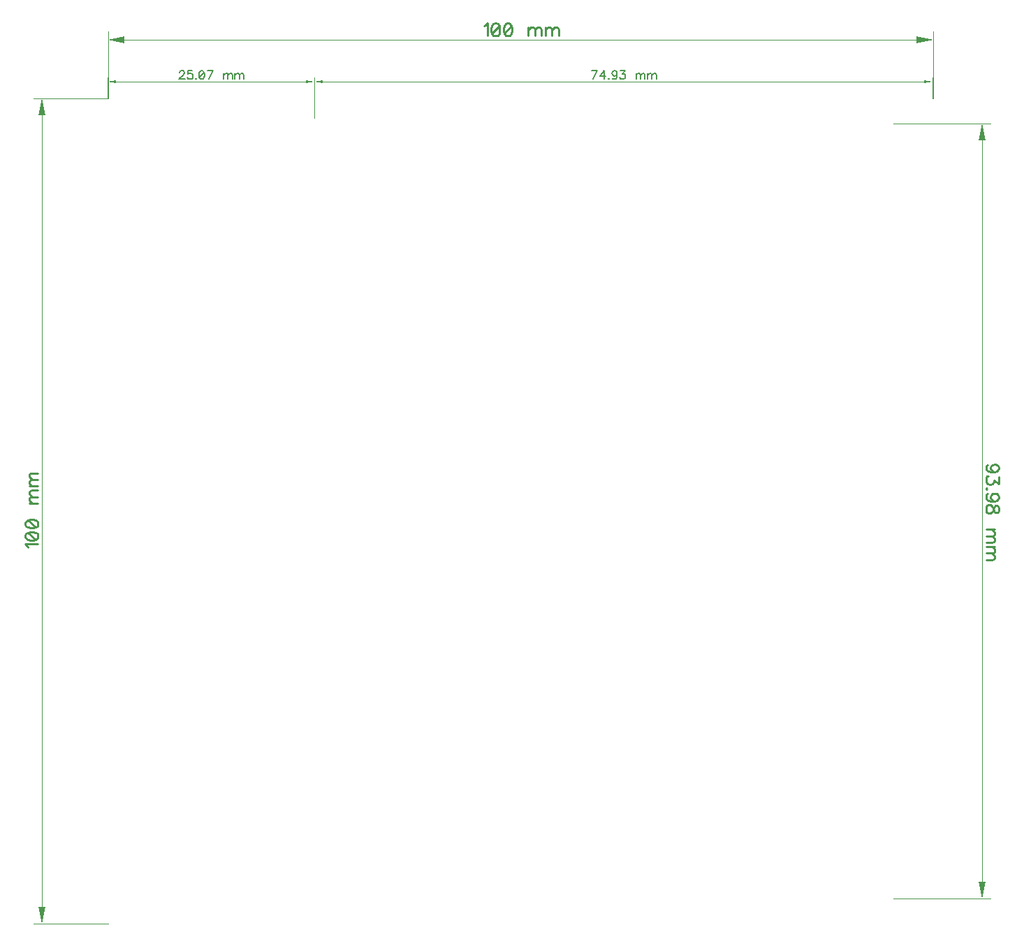
<source format=gbr>
G04 DipTrace 4.3.0.5*
G04 TopDimension.gbr*
%MOMM*%
G04 #@! TF.FileFunction,Drawing,Top*
G04 #@! TF.Part,Single*
%ADD15C,0.035*%
%ADD85C,0.15686*%
%ADD87C,0.23529*%
%FSLAX35Y35*%
G04*
G71*
G90*
G75*
G01*
G04 TopDimension*
%LPD*%
X-9993123Y5000000D2*
D15*
X-10895000D1*
X-9993123Y-5000000D2*
X-10895000D1*
X-10795000Y0D2*
Y4800000D1*
G36*
Y5000000D2*
X-10755000Y4800000D1*
X-10835000D1*
X-10795000Y5000000D1*
G37*
Y0D2*
D15*
Y-4800000D1*
G36*
Y-5000000D2*
X-10835000Y-4800000D1*
X-10755000D1*
X-10795000Y-5000000D1*
G37*
X-9993123Y5000000D2*
D15*
Y5815000D1*
X6877Y5000000D2*
Y5815000D1*
X-4993123Y5715000D2*
X-9793123D1*
G36*
X-9993123D2*
X-9793123Y5755000D1*
Y5675000D1*
X-9993123Y5715000D1*
G37*
X-4993123D2*
D15*
X-193123D1*
G36*
X6877D2*
X-193123Y5675000D1*
Y5755000D1*
X6877Y5715000D1*
G37*
X-10000000Y5000000D2*
D15*
Y5257000D1*
X-7493000Y4763127D2*
Y5257000D1*
X-8746500Y5207000D2*
X-9900000D1*
G36*
X-10000000D2*
X-9900000Y5227000D1*
Y5187000D1*
X-10000000Y5207000D1*
G37*
X-8746500D2*
D15*
X-7593000D1*
G36*
X-7493000D2*
X-7593000Y5187000D1*
Y5227000D1*
X-7493000Y5207000D1*
G37*
X0Y5000000D2*
D15*
Y5257000D1*
X-7493000Y4763127D2*
Y5257000D1*
X-3746500Y5207000D2*
X-100000D1*
G36*
X0D2*
X-100000Y5187000D1*
Y5227000D1*
X0Y5207000D1*
G37*
X-3746500D2*
D15*
X-7393000D1*
G36*
X-7493000D2*
X-7393000Y5227000D1*
Y5187000D1*
X-7493000Y5207000D1*
G37*
X-476250Y4699000D2*
D15*
X703250D1*
X-476250Y-4699000D2*
X703250D1*
X603250Y0D2*
Y4499000D1*
G36*
Y4699000D2*
X643250Y4499000D1*
X563250D1*
X603250Y4699000D1*
G37*
Y0D2*
D15*
Y-4499000D1*
G36*
Y-4699000D2*
X563250Y-4499000D1*
X643250D1*
X603250Y-4699000D1*
G37*
X-10965342Y-437330D2*
D87*
X-10972755Y-422674D1*
X-10994486Y-400774D1*
X-10841523D1*
X-10994486Y-309915D2*
X-10987242Y-331815D1*
X-10965342Y-346472D1*
X-10928955Y-353715D1*
X-10907055D1*
X-10870667Y-346472D1*
X-10848767Y-331815D1*
X-10841523Y-309915D1*
Y-295428D1*
X-10848767Y-273528D1*
X-10870667Y-259040D1*
X-10907055Y-251628D1*
X-10928955D1*
X-10965342Y-259040D1*
X-10987242Y-273528D1*
X-10994486Y-295428D1*
Y-309915D1*
X-10965342Y-259040D2*
X-10870667Y-346472D1*
X-10994486Y-160769D2*
X-10987242Y-182669D1*
X-10965342Y-197325D1*
X-10928955Y-204569D1*
X-10907055D1*
X-10870667Y-197325D1*
X-10848767Y-182669D1*
X-10841523Y-160769D1*
Y-146281D1*
X-10848767Y-124381D1*
X-10870667Y-109894D1*
X-10907055Y-102481D1*
X-10928955D1*
X-10965342Y-109894D1*
X-10987242Y-124381D1*
X-10994486Y-146281D1*
Y-160769D1*
X-10965342Y-109894D2*
X-10870667Y-197325D1*
X-10943611Y92713D2*
X-10841523D1*
X-10914467D2*
X-10936367Y114613D1*
X-10943611Y129269D1*
Y151001D1*
X-10936367Y165657D1*
X-10914467Y172901D1*
X-10841523D1*
X-10914467D2*
X-10936367Y194801D1*
X-10943611Y209457D1*
Y231189D1*
X-10936367Y245845D1*
X-10914467Y253257D1*
X-10841523D1*
X-10943611Y300316D2*
X-10841523D1*
X-10914467D2*
X-10936367Y322216D1*
X-10943611Y336872D1*
Y358604D1*
X-10936367Y373260D1*
X-10914467Y380504D1*
X-10841523D1*
X-10914467D2*
X-10936367Y402404D1*
X-10943611Y417060D1*
Y438791D1*
X-10936367Y453448D1*
X-10914467Y460860D1*
X-10841523D1*
X-5430454Y5885342D2*
X-5415798Y5892755D1*
X-5393898Y5914486D1*
Y5761523D1*
X-5303039Y5914486D2*
X-5324939Y5907242D1*
X-5339595Y5885342D1*
X-5346839Y5848955D1*
Y5827055D1*
X-5339595Y5790667D1*
X-5324939Y5768767D1*
X-5303039Y5761523D1*
X-5288551D1*
X-5266651Y5768767D1*
X-5252163Y5790667D1*
X-5244751Y5827055D1*
Y5848955D1*
X-5252163Y5885342D1*
X-5266651Y5907242D1*
X-5288551Y5914486D1*
X-5303039D1*
X-5252163Y5885342D2*
X-5339595Y5790667D1*
X-5153892Y5914486D2*
X-5175792Y5907242D1*
X-5190448Y5885342D1*
X-5197692Y5848955D1*
Y5827055D1*
X-5190448Y5790667D1*
X-5175792Y5768767D1*
X-5153892Y5761523D1*
X-5139405D1*
X-5117505Y5768767D1*
X-5103017Y5790667D1*
X-5095605Y5827055D1*
Y5848955D1*
X-5103017Y5885342D1*
X-5117505Y5907242D1*
X-5139405Y5914486D1*
X-5153892D1*
X-5103017Y5885342D2*
X-5190448Y5790667D1*
X-4900410Y5863611D2*
Y5761523D1*
Y5834467D2*
X-4878510Y5856367D1*
X-4863854Y5863611D1*
X-4842122D1*
X-4827466Y5856367D1*
X-4820222Y5834467D1*
Y5761523D1*
Y5834467D2*
X-4798322Y5856367D1*
X-4783666Y5863611D1*
X-4761935D1*
X-4747278Y5856367D1*
X-4739866Y5834467D1*
Y5761523D1*
X-4692807Y5863611D2*
Y5761523D1*
Y5834467D2*
X-4670907Y5856367D1*
X-4656251Y5863611D1*
X-4634520D1*
X-4619863Y5856367D1*
X-4612620Y5834467D1*
Y5761523D1*
Y5834467D2*
X-4590720Y5856367D1*
X-4576063Y5863611D1*
X-4554332D1*
X-4539676Y5856367D1*
X-4532263Y5834467D1*
Y5761523D1*
X-9125243Y5315732D2*
D85*
Y5320561D1*
X-9120414Y5330332D1*
X-9115585Y5335161D1*
X-9105814Y5339991D1*
X-9086385D1*
X-9076726Y5335161D1*
X-9071897Y5330332D1*
X-9066955Y5320561D1*
Y5310903D1*
X-9071897Y5301132D1*
X-9081555Y5286645D1*
X-9130185Y5238015D1*
X-9062126D1*
X-8972466Y5339991D2*
X-9020983D1*
X-9025812Y5296303D1*
X-9020983Y5301132D1*
X-9006383Y5306074D1*
X-8991895D1*
X-8977295Y5301132D1*
X-8967524Y5291474D1*
X-8962695Y5276874D1*
Y5267215D1*
X-8967524Y5252615D1*
X-8977295Y5242845D1*
X-8991895Y5238015D1*
X-9006383D1*
X-9020983Y5242845D1*
X-9025812Y5247786D1*
X-9030754Y5257445D1*
X-8926493Y5247786D2*
X-8931323Y5242845D1*
X-8926493Y5238015D1*
X-8921552Y5242845D1*
X-8926493Y5247786D1*
X-8860979Y5339991D2*
X-8875579Y5335161D1*
X-8885350Y5320561D1*
X-8890179Y5296303D1*
Y5281703D1*
X-8885350Y5257445D1*
X-8875579Y5242845D1*
X-8860979Y5238015D1*
X-8851321D1*
X-8836721Y5242845D1*
X-8827062Y5257445D1*
X-8822121Y5281703D1*
Y5296303D1*
X-8827062Y5320561D1*
X-8836721Y5335161D1*
X-8851321Y5339991D1*
X-8860979D1*
X-8827062Y5320561D2*
X-8885350Y5257445D1*
X-8771319Y5238015D2*
X-8722690Y5339991D1*
X-8790748D1*
X-8592560Y5306074D2*
Y5238015D1*
Y5286645D2*
X-8577960Y5301245D1*
X-8568189Y5306074D1*
X-8553702D1*
X-8543931Y5301245D1*
X-8539102Y5286645D1*
Y5238015D1*
Y5286645D2*
X-8524502Y5301245D1*
X-8514731Y5306074D1*
X-8500243D1*
X-8490472Y5301245D1*
X-8485531Y5286645D1*
Y5238015D1*
X-8454158Y5306074D2*
Y5238015D1*
Y5286645D2*
X-8439558Y5301245D1*
X-8429788Y5306074D1*
X-8415300D1*
X-8405529Y5301245D1*
X-8400700Y5286645D1*
Y5238015D1*
Y5286645D2*
X-8386100Y5301245D1*
X-8376329Y5306074D1*
X-8361841D1*
X-8352071Y5301245D1*
X-8347129Y5286645D1*
Y5238015D1*
X-4110755D2*
X-4062126Y5339991D1*
X-4130185D1*
X-3982124Y5238015D2*
Y5339991D1*
X-4030754Y5272045D1*
X-3957866D1*
X-3921664Y5247786D2*
X-3926493Y5242845D1*
X-3921664Y5238015D1*
X-3916723Y5242845D1*
X-3921664Y5247786D1*
X-3822121Y5306074D2*
X-3827062Y5291474D1*
X-3836721Y5281703D1*
X-3851321Y5276874D1*
X-3856150D1*
X-3870750Y5281703D1*
X-3880409Y5291474D1*
X-3885350Y5306074D1*
Y5310903D1*
X-3880409Y5325503D1*
X-3870750Y5335161D1*
X-3856150Y5339991D1*
X-3851321D1*
X-3836721Y5335161D1*
X-3827062Y5325503D1*
X-3822121Y5306074D1*
Y5281703D1*
X-3827062Y5257445D1*
X-3836721Y5242845D1*
X-3851321Y5238015D1*
X-3860979D1*
X-3875579Y5242845D1*
X-3880409Y5252615D1*
X-3780978Y5339991D2*
X-3727631D1*
X-3756719Y5301132D1*
X-3742119D1*
X-3732461Y5296303D1*
X-3727631Y5291474D1*
X-3722690Y5276874D1*
Y5267215D1*
X-3727631Y5252615D1*
X-3737290Y5242845D1*
X-3751890Y5238015D1*
X-3766490D1*
X-3780978Y5242845D1*
X-3785807Y5247786D1*
X-3790748Y5257445D1*
X-3592560Y5306074D2*
Y5238015D1*
Y5286645D2*
X-3577960Y5301245D1*
X-3568189Y5306074D1*
X-3553702D1*
X-3543931Y5301245D1*
X-3539102Y5286645D1*
Y5238015D1*
Y5286645D2*
X-3524502Y5301245D1*
X-3514731Y5306074D1*
X-3500243D1*
X-3490472Y5301245D1*
X-3485531Y5286645D1*
Y5238015D1*
X-3454158Y5306074D2*
Y5238015D1*
Y5286645D2*
X-3439558Y5301245D1*
X-3429788Y5306074D1*
X-3415300D1*
X-3405529Y5301245D1*
X-3400700Y5286645D1*
Y5238015D1*
Y5286645D2*
X-3386100Y5301245D1*
X-3376329Y5306074D1*
X-3361841D1*
X-3352071Y5301245D1*
X-3347129Y5286645D1*
Y5238015D1*
X751861Y473355D2*
D87*
X729961Y480767D1*
X715305Y495255D1*
X708061Y517155D1*
Y524399D1*
X715305Y546299D1*
X729961Y560787D1*
X751861Y568199D1*
X759105D1*
X781005Y560787D1*
X795492Y546299D1*
X802736Y524399D1*
Y517155D1*
X795492Y495255D1*
X781005Y480767D1*
X751861Y473355D1*
X715305D1*
X678917Y480767D1*
X657017Y495255D1*
X649773Y517155D1*
Y531643D1*
X657017Y553543D1*
X671673Y560787D1*
X802736Y411640D2*
Y331621D1*
X744448Y375252D1*
Y353352D1*
X737205Y338865D1*
X729961Y331621D1*
X708061Y324209D1*
X693573D1*
X671673Y331621D1*
X657017Y346109D1*
X649773Y368009D1*
Y389909D1*
X657017Y411640D1*
X664429Y418884D1*
X678917Y426296D1*
X664429Y269906D2*
X657017Y277150D1*
X649773Y269906D1*
X657017Y262494D1*
X664429Y269906D1*
X751861Y120591D2*
X729961Y128003D1*
X715305Y142491D1*
X708061Y164391D1*
Y171635D1*
X715305Y193535D1*
X729961Y208022D1*
X751861Y215435D1*
X759105D1*
X781005Y208022D1*
X795492Y193535D1*
X802736Y171635D1*
Y164391D1*
X795492Y142491D1*
X781005Y128003D1*
X751861Y120591D1*
X715305D1*
X678917Y128003D1*
X657017Y142491D1*
X649773Y164391D1*
Y178879D1*
X657017Y200779D1*
X671673Y208022D1*
X802736Y37144D2*
X795492Y58876D1*
X781005Y66288D1*
X766348D1*
X751861Y58876D1*
X744448Y44388D1*
X737205Y15244D1*
X729961Y-6656D1*
X715305Y-21143D1*
X700817Y-28387D1*
X678917D1*
X664429Y-21143D1*
X657017Y-13900D1*
X649773Y8000D1*
Y37144D1*
X657017Y58876D1*
X664429Y66288D1*
X678917Y73532D1*
X700817D1*
X715305Y66288D1*
X729961Y51632D1*
X737205Y29900D1*
X744448Y757D1*
X751861Y-13900D1*
X766348Y-21143D1*
X781005D1*
X795492Y-13900D1*
X802736Y8000D1*
Y37144D1*
X751861Y-223582D2*
X649773D1*
X722717D2*
X744617Y-245482D1*
X751861Y-260138D1*
Y-281869D1*
X744617Y-296526D1*
X722717Y-303769D1*
X649773D1*
X722717D2*
X744617Y-325669D1*
X751861Y-340326D1*
Y-362057D1*
X744617Y-376713D1*
X722717Y-384126D1*
X649773D1*
X751861Y-431184D2*
X649773D1*
X722717D2*
X744617Y-453084D1*
X751861Y-467741D1*
Y-489472D1*
X744617Y-504128D1*
X722717Y-511372D1*
X649773D1*
X722717D2*
X744617Y-533272D1*
X751861Y-547928D1*
Y-569660D1*
X744617Y-584316D1*
X722717Y-591728D1*
X649773D1*
M02*

</source>
